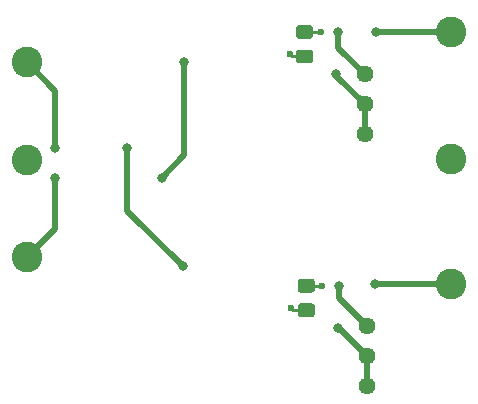
<source format=gbr>
G04 #@! TF.GenerationSoftware,KiCad,Pcbnew,(5.1.7-0-10_14)*
G04 #@! TF.CreationDate,2020-11-05T19:51:55+01:00*
G04 #@! TF.ProjectId,lv-lownoise-psu,6c762d6c-6f77-46e6-9f69-73652d707375,rev?*
G04 #@! TF.SameCoordinates,Original*
G04 #@! TF.FileFunction,Copper,L2,Bot*
G04 #@! TF.FilePolarity,Positive*
%FSLAX46Y46*%
G04 Gerber Fmt 4.6, Leading zero omitted, Abs format (unit mm)*
G04 Created by KiCad (PCBNEW (5.1.7-0-10_14)) date 2020-11-05 19:51:55*
%MOMM*%
%LPD*%
G01*
G04 APERTURE LIST*
G04 #@! TA.AperFunction,ComponentPad*
%ADD10C,1.440000*%
G04 #@! TD*
G04 #@! TA.AperFunction,ComponentPad*
%ADD11C,2.600000*%
G04 #@! TD*
G04 #@! TA.AperFunction,ViaPad*
%ADD12C,0.800000*%
G04 #@! TD*
G04 #@! TA.AperFunction,ViaPad*
%ADD13C,0.600000*%
G04 #@! TD*
G04 #@! TA.AperFunction,Conductor*
%ADD14C,0.500000*%
G04 #@! TD*
G04 #@! TA.AperFunction,Conductor*
%ADD15C,0.250000*%
G04 #@! TD*
G04 APERTURE END LIST*
D10*
X115671600Y-83261200D03*
X115671600Y-80721200D03*
X115671600Y-78181200D03*
X115468400Y-61925200D03*
X115468400Y-59385200D03*
X115468400Y-56845200D03*
D11*
X122809000Y-74676000D03*
X122809000Y-64058800D03*
X122809000Y-53340000D03*
X86868000Y-55880000D03*
X86868000Y-64135000D03*
X86868000Y-72390000D03*
G04 #@! TA.AperFunction,SMDPad,CuDef*
G36*
G01*
X111015800Y-75372900D02*
X110065800Y-75372900D01*
G75*
G02*
X109815800Y-75122900I0J250000D01*
G01*
X109815800Y-74447900D01*
G75*
G02*
X110065800Y-74197900I250000J0D01*
G01*
X111015800Y-74197900D01*
G75*
G02*
X111265800Y-74447900I0J-250000D01*
G01*
X111265800Y-75122900D01*
G75*
G02*
X111015800Y-75372900I-250000J0D01*
G01*
G37*
G04 #@! TD.AperFunction*
G04 #@! TA.AperFunction,SMDPad,CuDef*
G36*
G01*
X111015800Y-77447900D02*
X110065800Y-77447900D01*
G75*
G02*
X109815800Y-77197900I0J250000D01*
G01*
X109815800Y-76522900D01*
G75*
G02*
X110065800Y-76272900I250000J0D01*
G01*
X111015800Y-76272900D01*
G75*
G02*
X111265800Y-76522900I0J-250000D01*
G01*
X111265800Y-77197900D01*
G75*
G02*
X111015800Y-77447900I-250000J0D01*
G01*
G37*
G04 #@! TD.AperFunction*
G04 #@! TA.AperFunction,SMDPad,CuDef*
G36*
G01*
X109913400Y-54784500D02*
X110863400Y-54784500D01*
G75*
G02*
X111113400Y-55034500I0J-250000D01*
G01*
X111113400Y-55709500D01*
G75*
G02*
X110863400Y-55959500I-250000J0D01*
G01*
X109913400Y-55959500D01*
G75*
G02*
X109663400Y-55709500I0J250000D01*
G01*
X109663400Y-55034500D01*
G75*
G02*
X109913400Y-54784500I250000J0D01*
G01*
G37*
G04 #@! TD.AperFunction*
G04 #@! TA.AperFunction,SMDPad,CuDef*
G36*
G01*
X109913400Y-52709500D02*
X110863400Y-52709500D01*
G75*
G02*
X111113400Y-52959500I0J-250000D01*
G01*
X111113400Y-53634500D01*
G75*
G02*
X110863400Y-53884500I-250000J0D01*
G01*
X109913400Y-53884500D01*
G75*
G02*
X109663400Y-53634500I0J250000D01*
G01*
X109663400Y-52959500D01*
G75*
G02*
X109913400Y-52709500I250000J0D01*
G01*
G37*
G04 #@! TD.AperFunction*
D12*
X100203000Y-55880000D03*
X98298000Y-65659000D03*
X95377000Y-63119000D03*
X100076000Y-73152000D03*
X113246001Y-53302001D03*
X116459000Y-53340000D03*
D13*
X111741001Y-53302001D03*
D12*
X116332000Y-74676000D03*
X113284000Y-74803000D03*
D13*
X111840000Y-74803000D03*
D12*
X89281000Y-65659000D03*
X89281000Y-63119000D03*
X113080800Y-56896000D03*
X113182400Y-78384400D03*
D13*
X109121001Y-55202001D03*
X109220000Y-76703000D03*
D14*
X100203000Y-63754000D02*
X98298000Y-65659000D01*
X100203000Y-55880000D02*
X100203000Y-63754000D01*
X95377000Y-68453000D02*
X100076000Y-73152000D01*
X95377000Y-63119000D02*
X95377000Y-68453000D01*
D15*
X111736000Y-53297000D02*
X111741001Y-53302001D01*
X110388400Y-53297000D02*
X111736000Y-53297000D01*
D14*
X113246001Y-54622801D02*
X115468400Y-56845200D01*
X113246001Y-53302001D02*
X113246001Y-54622801D01*
X116459000Y-53340000D02*
X122809000Y-53340000D01*
X116332000Y-74676000D02*
X122809000Y-74676000D01*
D15*
X111822400Y-74785400D02*
X111840000Y-74803000D01*
X110540800Y-74785400D02*
X111822400Y-74785400D01*
D14*
X113284000Y-75793600D02*
X115671600Y-78181200D01*
X113284000Y-74803000D02*
X113284000Y-75793600D01*
X89281000Y-69977000D02*
X86868000Y-72390000D01*
X89281000Y-65659000D02*
X89281000Y-69977000D01*
X89281000Y-58293000D02*
X86868000Y-55880000D01*
X89281000Y-63119000D02*
X89281000Y-58293000D01*
X113080800Y-56997600D02*
X115468400Y-59385200D01*
X113080800Y-56896000D02*
X113080800Y-56997600D01*
X115468400Y-59385200D02*
X115468400Y-61925200D01*
X115671600Y-80721200D02*
X115671600Y-83261200D01*
X113334800Y-78384400D02*
X115671600Y-80721200D01*
X113182400Y-78384400D02*
X113334800Y-78384400D01*
D15*
X109291000Y-55372000D02*
X109121001Y-55202001D01*
X110388400Y-55372000D02*
X109291000Y-55372000D01*
X109377400Y-76860400D02*
X109220000Y-76703000D01*
X110540800Y-76860400D02*
X109377400Y-76860400D01*
M02*

</source>
